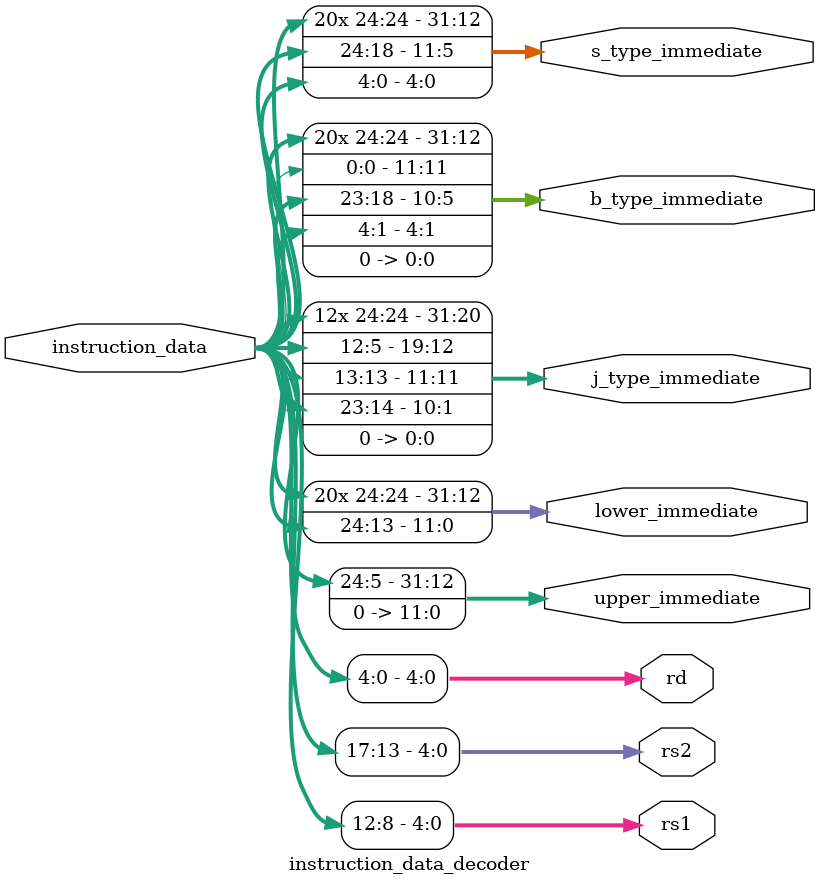
<source format=sv>
module instruction_data_decoder (
    input logic [24:0] instruction_data,
    output logic [4:0] rs1,
    output logic [4:0] rs2,
    output logic [4:0] rd,
    output logic [31:0] upper_immediate,
    output logic [31:0] lower_immediate,
    output logic [31:0] j_type_immediate,
    output logic [31:0] b_type_immediate,
    output logic [31:0] s_type_immediate
);

always_comb begin
    rs1 = instruction_data[12:8];
    rs2 = instruction_data[17:13];
    rd  = instruction_data[4:0];

    upper_immediate = {instruction_data[24:5], 12'b0};
    lower_immediate = {{21{instruction_data[24]}}, instruction_data[23:13]};
    j_type_immediate = {{12{instruction_data[24]}}, instruction_data[12:5], instruction_data[13], instruction_data[23:14], 1'b0};
    b_type_immediate = {{20{instruction_data[24]}}, instruction_data[0], instruction_data[23:18], instruction_data[4:1], 1'b0};
    s_type_immediate = {{21{instruction_data[24]}}, instruction_data[23:18], instruction_data[4:0]};
end

endmodule

</source>
